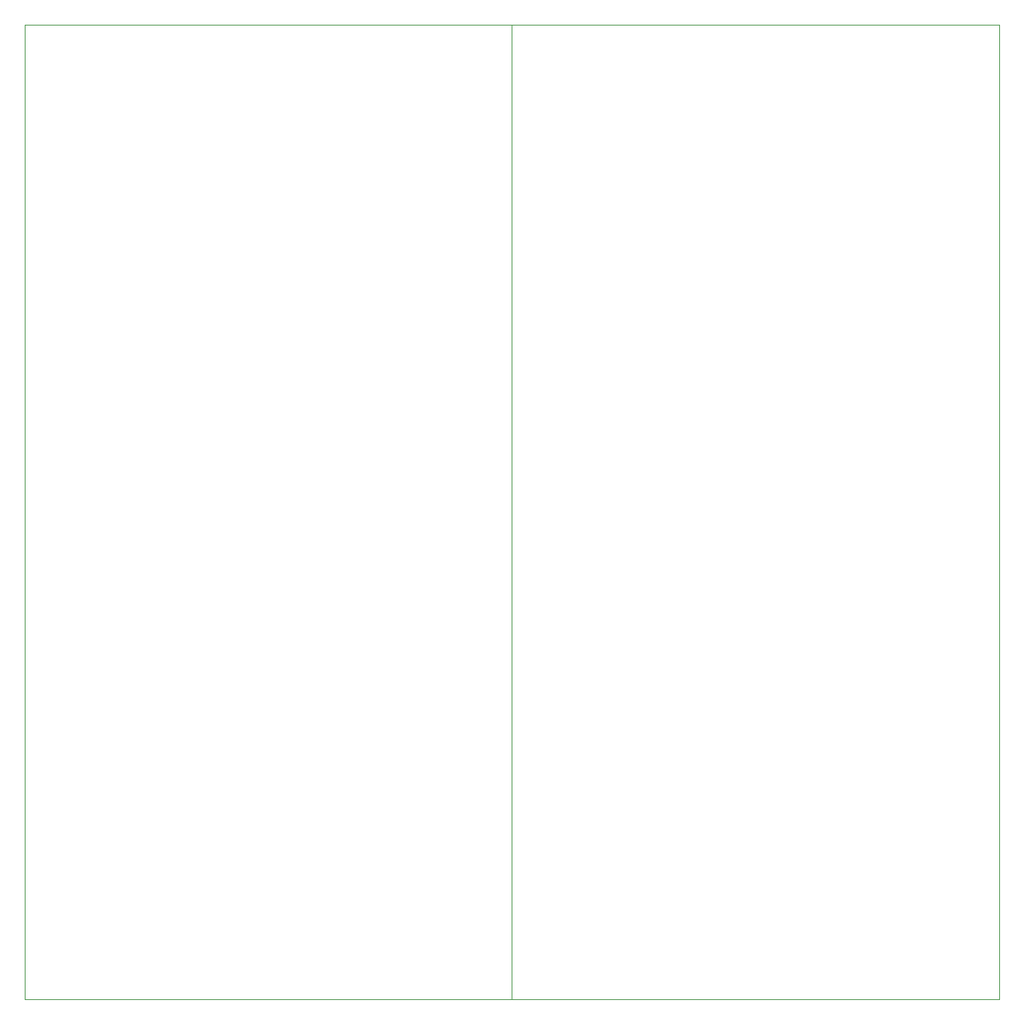
<source format=gbr>
%TF.GenerationSoftware,KiCad,Pcbnew,7.0.10*%
%TF.CreationDate,2024-04-12T22:07:13+02:00*%
%TF.ProjectId,L235-Analog-Processor,4c323335-2d41-46e6-916c-6f672d50726f,rev?*%
%TF.SameCoordinates,Original*%
%TF.FileFunction,Profile,NP*%
%FSLAX46Y46*%
G04 Gerber Fmt 4.6, Leading zero omitted, Abs format (unit mm)*
G04 Created by KiCad (PCBNEW 7.0.10) date 2024-04-12 22:07:13*
%MOMM*%
%LPD*%
G01*
G04 APERTURE LIST*
%TA.AperFunction,Profile*%
%ADD10C,0.100000*%
%TD*%
G04 APERTURE END LIST*
D10*
X122650000Y-29750000D02*
X232650000Y-29750000D01*
X232650000Y-139750000D01*
X122650000Y-139750000D01*
X122650000Y-29750000D01*
X177600000Y-139750000D02*
X177600000Y-29750000D01*
M02*

</source>
